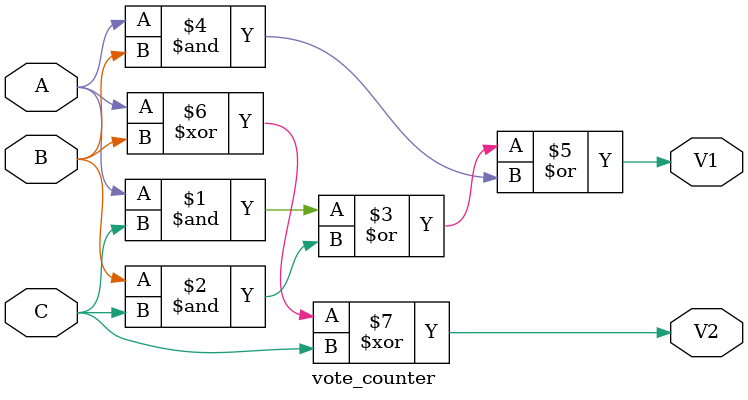
<source format=sv>

module vote_counter (
    input A,
    input B,
    input C,
    output V1,
    output V2);
    
    assign V1 = A&C | B&C | A&B;
    assign V2 = A ^ B ^ C;
    
endmodule
</source>
